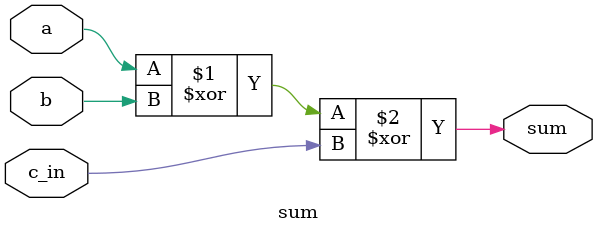
<source format=v>
`timescale 1ns / 1ps
module sum(sum,a,b,c_in);
input a,b,c_in;
output sum;
assign sum = a^b^c_in;
endmodule

</source>
